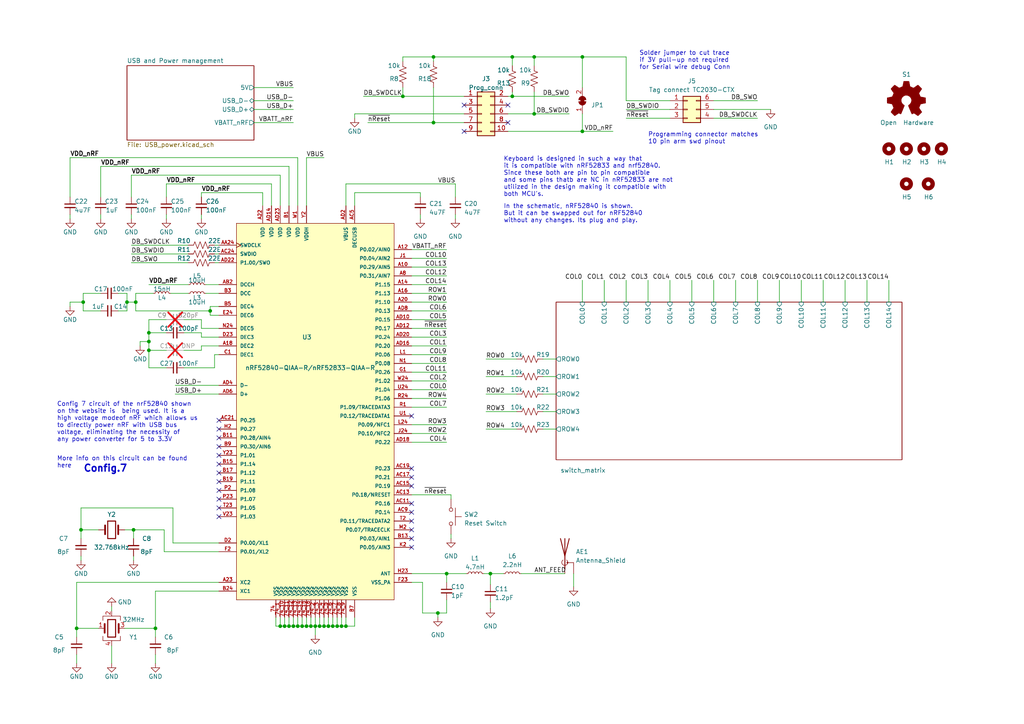
<source format=kicad_sch>
(kicad_sch (version 20230121) (generator eeschema)
  (paper "A4")
  (title_block (title "Main Page") (date "2024-02-17") (rev "1.0") (company "HW-tinkerers"))
  (junction (at 96.52 181.61))
  (junction (at 93.98 181.61))
  (junction (at 91.44 181.61))
  (junction (at 39.37 87.63))
  (junction (at 88.9 181.61))
  (junction (at 95.25 181.61))
  (junction (at 85.09 181.61))
  (junction (at 22.225 182.245))
  (junction (at 60.96 90.17))
  (junction (at 43.18 96.52))
  (junction (at 97.79 181.61))
  (junction (at 125.73 16.51))
  (junction (at 100.33 181.61))
  (junction (at 142.24 166.37))
  (junction (at 154.94 33.02))
  (junction (at 168.91 38.1))
  (junction (at 24.13 87.63))
  (junction (at 116.84 27.94))
  (junction (at 36.83 87.63))
  (junction (at 43.18 101.6))
  (junction (at 83.82 181.61))
  (junction (at 148.59 27.94))
  (junction (at 86.36 181.61))
  (junction (at 129.54 166.37))
  (junction (at 23.495 153.67))
  (junction (at 38.735 153.67))
  (junction (at 82.55 181.61))
  (junction (at 154.94 16.51))
  (junction (at 45.085 182.245))
  (junction (at 168.91 16.51))
  (junction (at 92.71 181.61))
  (junction (at 87.63 181.61))
  (junction (at 43.18 99.06))
  (junction (at 127 177.8))
  (junction (at 90.17 181.61))
  (junction (at 125.73 35.56))
  (junction (at 148.59 16.51))
  (junction (at 81.28 181.61))
  (junction (at 99.06 181.61))
  (no_connect (at 119.38 135.89))
  (no_connect (at 63.5 132.08))
  (no_connect (at 119.38 146.05))
  (no_connect (at 119.38 151.13))
  (no_connect (at 63.5 134.62))
  (no_connect (at 63.5 129.54))
  (no_connect (at 63.5 124.46))
  (no_connect (at 63.5 139.7))
  (no_connect (at 119.38 140.97))
  (no_connect (at 63.5 149.86))
  (no_connect (at 119.38 153.67))
  (no_connect (at 63.5 121.92))
  (no_connect (at 63.5 127))
  (no_connect (at 147.32 35.56))
  (no_connect (at 63.5 142.24))
  (no_connect (at 119.38 158.75))
  (no_connect (at 63.5 144.78))
  (no_connect (at 134.62 30.48))
  (no_connect (at 119.38 148.59))
  (no_connect (at 147.32 30.48))
  (no_connect (at 119.38 120.65))
  (no_connect (at 119.38 138.43))
  (no_connect (at 119.38 156.21))
  (no_connect (at 63.5 147.32))
  (no_connect (at 134.62 38.1))
  (no_connect (at 63.5 137.16))
  (wire (pts (xy 140.97 104.14) (xy 149.86 104.14)))
  (wire (pts (xy 96.52 179.07) (xy 96.52 181.61)))
  (wire (pts (xy 43.18 106.68) (xy 48.26 106.68)))
  (wire (pts (xy 142.24 166.37) (xy 146.05 166.37)))
  (wire (pts (xy 83.82 48.26) (xy 83.82 59.69)))
  (wire (pts (xy 22.225 168.91) (xy 22.225 182.245)))
  (wire (pts (xy 73.66 31.75) (xy 85.09 31.75)))
  (wire (pts (xy 58.42 92.71) (xy 58.42 95.25)))
  (wire (pts (xy 87.63 179.07) (xy 87.63 181.61)))
  (wire (pts (xy 73.66 35.56) (xy 85.09 35.56)))
  (wire (pts (xy 102.87 33.02) (xy 134.62 33.02)))
  (wire (pts (xy 99.06 179.07) (xy 99.06 181.61)))
  (wire (pts (xy 38.1 71.12) (xy 54.61 71.12)))
  (wire (pts (xy 207.01 29.21) (xy 219.71 29.21)))
  (wire (pts (xy 23.495 147.32) (xy 23.495 153.67)))
  (wire (pts (xy 121.92 62.23) (xy 121.92 63.5)))
  (wire (pts (xy 48.26 57.15) (xy 48.26 53.34)))
  (wire (pts (xy 125.73 16.51) (xy 148.59 16.51)))
  (wire (pts (xy 43.18 99.06) (xy 43.18 101.6)))
  (wire (pts (xy 140.335 166.37) (xy 142.24 166.37)))
  (wire (pts (xy 147.32 33.02) (xy 154.94 33.02)))
  (wire (pts (xy 20.32 45.72) (xy 20.32 57.15)))
  (wire (pts (xy 100.33 59.69) (xy 100.33 53.34)))
  (wire (pts (xy 119.38 107.95) (xy 129.54 107.95)))
  (wire (pts (xy 127 177.8) (xy 127 179.07)))
  (wire (pts (xy 213.36 81.28) (xy 213.36 87.63)))
  (wire (pts (xy 86.36 45.72) (xy 86.36 59.69)))
  (wire (pts (xy 43.18 101.6) (xy 48.26 101.6)))
  (wire (pts (xy 116.84 27.94) (xy 134.62 27.94)))
  (wire (pts (xy 36.83 87.63) (xy 39.37 87.63)))
  (wire (pts (xy 58.42 57.15) (xy 58.42 55.88)))
  (wire (pts (xy 154.94 26.67) (xy 154.94 33.02)))
  (wire (pts (xy 43.18 82.55) (xy 54.61 82.55)))
  (wire (pts (xy 154.94 16.51) (xy 154.94 19.05)))
  (wire (pts (xy 29.21 62.23) (xy 29.21 63.5)))
  (wire (pts (xy 91.44 181.61) (xy 91.44 184.15)))
  (wire (pts (xy 119.38 87.63) (xy 129.54 87.63)))
  (wire (pts (xy 116.84 16.51) (xy 125.73 16.51)))
  (wire (pts (xy 88.9 181.61) (xy 87.63 181.61)))
  (wire (pts (xy 38.735 153.67) (xy 38.735 156.21)))
  (wire (pts (xy 148.59 26.67) (xy 148.59 27.94)))
  (wire (pts (xy 36.195 182.245) (xy 45.085 182.245)))
  (wire (pts (xy 29.21 57.15) (xy 29.21 48.26)))
  (wire (pts (xy 95.25 179.07) (xy 95.25 181.61)))
  (wire (pts (xy 49.53 85.09) (xy 54.61 85.09)))
  (wire (pts (xy 207.01 81.28) (xy 207.01 87.63)))
  (wire (pts (xy 119.38 80.01) (xy 129.54 80.01)))
  (wire (pts (xy 20.32 88.9) (xy 20.32 87.63)))
  (wire (pts (xy 257.81 81.28) (xy 257.81 87.63)))
  (wire (pts (xy 119.38 100.33) (xy 129.54 100.33)))
  (wire (pts (xy 45.085 182.245) (xy 45.085 184.785)))
  (wire (pts (xy 92.71 181.61) (xy 91.44 181.61)))
  (wire (pts (xy 238.76 81.28) (xy 238.76 87.63)))
  (wire (pts (xy 194.31 81.28) (xy 194.31 87.63)))
  (wire (pts (xy 100.33 53.34) (xy 132.08 53.34)))
  (wire (pts (xy 102.87 55.88) (xy 121.92 55.88)))
  (wire (pts (xy 24.13 87.63) (xy 24.13 90.17)))
  (wire (pts (xy 24.13 90.17) (xy 29.21 90.17)))
  (wire (pts (xy 119.38 105.41) (xy 129.54 105.41)))
  (wire (pts (xy 43.18 92.71) (xy 43.18 96.52)))
  (wire (pts (xy 119.38 110.49) (xy 129.54 110.49)))
  (wire (pts (xy 93.98 179.07) (xy 93.98 181.61)))
  (wire (pts (xy 23.495 153.67) (xy 28.575 153.67)))
  (wire (pts (xy 125.73 25.4) (xy 125.73 35.56)))
  (wire (pts (xy 147.32 38.1) (xy 168.91 38.1)))
  (wire (pts (xy 38.1 57.15) (xy 38.1 50.8)))
  (wire (pts (xy 23.495 161.29) (xy 23.495 162.56)))
  (wire (pts (xy 105.41 27.94) (xy 116.84 27.94)))
  (wire (pts (xy 53.34 96.52) (xy 58.42 96.52)))
  (wire (pts (xy 166.37 166.37) (xy 166.37 170.18)))
  (wire (pts (xy 90.17 179.07) (xy 90.17 181.61)))
  (wire (pts (xy 154.94 33.02) (xy 165.1 33.02)))
  (wire (pts (xy 97.79 181.61) (xy 96.52 181.61)))
  (wire (pts (xy 119.38 123.19) (xy 129.54 123.19)))
  (wire (pts (xy 20.32 45.72) (xy 86.36 45.72)))
  (wire (pts (xy 59.69 85.09) (xy 63.5 85.09)))
  (wire (pts (xy 60.96 90.17) (xy 60.96 88.9)))
  (wire (pts (xy 88.9 45.72) (xy 88.9 59.69)))
  (wire (pts (xy 22.225 182.245) (xy 28.575 182.245)))
  (wire (pts (xy 62.23 106.68) (xy 62.23 102.87)))
  (wire (pts (xy 29.21 85.09) (xy 24.13 85.09)))
  (wire (pts (xy 140.97 119.38) (xy 149.86 119.38)))
  (wire (pts (xy 48.26 92.71) (xy 43.18 92.71)))
  (wire (pts (xy 38.1 50.8) (xy 81.28 50.8)))
  (wire (pts (xy 207.01 31.75) (xy 223.52 31.75)))
  (wire (pts (xy 119.38 92.71) (xy 129.54 92.71)))
  (wire (pts (xy 119.38 128.27) (xy 129.54 128.27)))
  (wire (pts (xy 96.52 181.61) (xy 95.25 181.61)))
  (wire (pts (xy 53.34 106.68) (xy 62.23 106.68)))
  (wire (pts (xy 157.48 119.38) (xy 161.29 119.38)))
  (wire (pts (xy 22.225 182.245) (xy 22.225 184.785)))
  (wire (pts (xy 43.18 101.6) (xy 43.18 106.68)))
  (wire (pts (xy 130.81 154.94) (xy 130.81 156.21)))
  (wire (pts (xy 91.44 181.61) (xy 90.17 181.61)))
  (wire (pts (xy 157.48 104.14) (xy 161.29 104.14)))
  (wire (pts (xy 81.28 181.61) (xy 80.01 181.61)))
  (wire (pts (xy 168.91 38.1) (xy 177.8 38.1)))
  (wire (pts (xy 168.91 16.51) (xy 181.61 16.51)))
  (wire (pts (xy 140.97 114.3) (xy 149.86 114.3)))
  (wire (pts (xy 47.625 153.67) (xy 38.735 153.67)))
  (wire (pts (xy 119.38 82.55) (xy 129.54 82.55)))
  (wire (pts (xy 24.13 85.09) (xy 24.13 87.63)))
  (wire (pts (xy 129.54 166.37) (xy 135.255 166.37)))
  (wire (pts (xy 130.81 144.78) (xy 130.81 143.51)))
  (wire (pts (xy 125.73 35.56) (xy 134.62 35.56)))
  (wire (pts (xy 121.92 55.88) (xy 121.92 57.15)))
  (wire (pts (xy 50.8 111.76) (xy 63.5 111.76)))
  (wire (pts (xy 181.61 16.51) (xy 181.61 29.21)))
  (wire (pts (xy 157.48 109.22) (xy 161.29 109.22)))
  (wire (pts (xy 92.71 179.07) (xy 92.71 181.61)))
  (wire (pts (xy 81.28 179.07) (xy 81.28 181.61)))
  (wire (pts (xy 147.32 27.94) (xy 148.59 27.94)))
  (wire (pts (xy 39.37 87.63) (xy 39.37 90.17)))
  (wire (pts (xy 38.1 73.66) (xy 54.61 73.66)))
  (wire (pts (xy 39.37 90.17) (xy 60.96 90.17)))
  (wire (pts (xy 119.38 72.39) (xy 129.54 72.39)))
  (wire (pts (xy 58.42 62.23) (xy 58.42 63.5)))
  (wire (pts (xy 58.42 100.33) (xy 63.5 100.33)))
  (wire (pts (xy 119.38 113.03) (xy 129.54 113.03)))
  (wire (pts (xy 44.45 85.09) (xy 39.37 85.09)))
  (wire (pts (xy 58.42 96.52) (xy 58.42 97.79)))
  (wire (pts (xy 53.34 101.6) (xy 58.42 101.6)))
  (wire (pts (xy 181.61 81.28) (xy 181.61 87.63)))
  (wire (pts (xy 119.38 102.87) (xy 129.54 102.87)))
  (wire (pts (xy 43.18 96.52) (xy 48.26 96.52)))
  (wire (pts (xy 86.36 179.07) (xy 86.36 181.61)))
  (wire (pts (xy 129.54 166.37) (xy 129.54 168.91)))
  (wire (pts (xy 119.38 115.57) (xy 129.54 115.57)))
  (wire (pts (xy 116.84 17.78) (xy 116.84 16.51)))
  (wire (pts (xy 200.66 81.28) (xy 200.66 87.63)))
  (wire (pts (xy 22.225 189.865) (xy 22.225 192.405)))
  (wire (pts (xy 88.9 45.72) (xy 93.98 45.72)))
  (wire (pts (xy 32.385 177.165) (xy 32.385 175.895)))
  (wire (pts (xy 119.38 74.93) (xy 129.54 74.93)))
  (wire (pts (xy 32.385 192.405) (xy 32.385 187.325)))
  (wire (pts (xy 62.23 73.66) (xy 63.5 73.66)))
  (wire (pts (xy 102.87 181.61) (xy 100.33 181.61)))
  (wire (pts (xy 83.82 181.61) (xy 82.55 181.61)))
  (wire (pts (xy 43.18 99.06) (xy 40.64 99.06)))
  (wire (pts (xy 157.48 114.3) (xy 161.29 114.3)))
  (wire (pts (xy 175.26 81.28) (xy 175.26 87.63)))
  (wire (pts (xy 140.97 109.22) (xy 149.86 109.22)))
  (wire (pts (xy 148.59 16.51) (xy 148.59 19.05)))
  (wire (pts (xy 168.91 33.02) (xy 168.91 38.1)))
  (wire (pts (xy 60.96 90.17) (xy 60.96 91.44)))
  (wire (pts (xy 23.495 147.32) (xy 50.165 147.32)))
  (wire (pts (xy 148.59 27.94) (xy 165.1 27.94)))
  (wire (pts (xy 102.87 59.69) (xy 102.87 55.88)))
  (wire (pts (xy 142.24 174.625) (xy 142.24 176.53)))
  (wire (pts (xy 73.66 25.4) (xy 85.09 25.4)))
  (wire (pts (xy 63.5 88.9) (xy 60.96 88.9)))
  (wire (pts (xy 90.17 181.61) (xy 88.9 181.61)))
  (wire (pts (xy 119.38 85.09) (xy 129.54 85.09)))
  (wire (pts (xy 38.1 76.2) (xy 54.61 76.2)))
  (wire (pts (xy 29.21 48.26) (xy 83.82 48.26)))
  (wire (pts (xy 122.555 168.91) (xy 122.555 177.8)))
  (wire (pts (xy 85.09 181.61) (xy 83.82 181.61)))
  (wire (pts (xy 102.87 179.07) (xy 102.87 181.61)))
  (wire (pts (xy 119.38 166.37) (xy 129.54 166.37)))
  (wire (pts (xy 207.01 34.29) (xy 219.71 34.29)))
  (wire (pts (xy 80.01 181.61) (xy 80.01 179.07)))
  (wire (pts (xy 251.46 81.28) (xy 251.46 87.63)))
  (wire (pts (xy 88.9 179.07) (xy 88.9 181.61)))
  (wire (pts (xy 119.38 125.73) (xy 129.54 125.73)))
  (wire (pts (xy 168.91 16.51) (xy 168.91 25.4)))
  (wire (pts (xy 47.625 160.02) (xy 47.625 153.67)))
  (wire (pts (xy 232.41 81.28) (xy 232.41 87.63)))
  (wire (pts (xy 245.11 81.28) (xy 245.11 87.63)))
  (wire (pts (xy 122.555 177.8) (xy 127 177.8)))
  (wire (pts (xy 219.71 81.28) (xy 219.71 87.63)))
  (wire (pts (xy 119.38 95.25) (xy 129.54 95.25)))
  (wire (pts (xy 100.33 181.61) (xy 99.06 181.61)))
  (wire (pts (xy 60.96 91.44) (xy 63.5 91.44)))
  (wire (pts (xy 168.91 81.28) (xy 168.91 87.63)))
  (wire (pts (xy 93.98 181.61) (xy 92.71 181.61)))
  (wire (pts (xy 39.37 85.09) (xy 39.37 87.63)))
  (wire (pts (xy 58.42 97.79) (xy 63.5 97.79)))
  (wire (pts (xy 83.82 179.07) (xy 83.82 181.61)))
  (wire (pts (xy 63.5 171.45) (xy 45.085 171.45)))
  (wire (pts (xy 181.61 29.21) (xy 194.31 29.21)))
  (wire (pts (xy 20.32 62.23) (xy 20.32 63.5)))
  (wire (pts (xy 119.38 90.17) (xy 129.54 90.17)))
  (wire (pts (xy 34.29 90.17) (xy 36.83 90.17)))
  (wire (pts (xy 119.38 118.11) (xy 129.54 118.11)))
  (wire (pts (xy 87.63 181.61) (xy 86.36 181.61)))
  (wire (pts (xy 132.08 62.23) (xy 132.08 63.5)))
  (wire (pts (xy 151.13 166.37) (xy 163.83 166.37)))
  (wire (pts (xy 58.42 101.6) (xy 58.42 100.33)))
  (wire (pts (xy 38.735 161.29) (xy 38.735 162.56)))
  (wire (pts (xy 45.085 189.865) (xy 45.085 192.405)))
  (wire (pts (xy 53.34 92.71) (xy 58.42 92.71)))
  (wire (pts (xy 63.5 160.02) (xy 47.625 160.02)))
  (wire (pts (xy 86.36 181.61) (xy 85.09 181.61)))
  (wire (pts (xy 148.59 16.51) (xy 154.94 16.51)))
  (wire (pts (xy 50.165 147.32) (xy 50.165 157.48)))
  (wire (pts (xy 48.26 53.34) (xy 78.74 53.34)))
  (wire (pts (xy 34.29 85.09) (xy 36.83 85.09)))
  (wire (pts (xy 62.23 71.12) (xy 63.5 71.12)))
  (wire (pts (xy 187.96 81.28) (xy 187.96 87.63)))
  (wire (pts (xy 58.42 55.88) (xy 76.2 55.88)))
  (wire (pts (xy 50.165 157.48) (xy 63.5 157.48)))
  (wire (pts (xy 132.08 53.34) (xy 132.08 57.15)))
  (wire (pts (xy 36.83 85.09) (xy 36.83 87.63)))
  (wire (pts (xy 78.74 53.34) (xy 78.74 59.69)))
  (wire (pts (xy 40.64 99.06) (xy 40.64 100.33)))
  (wire (pts (xy 58.42 95.25) (xy 63.5 95.25)))
  (wire (pts (xy 99.06 181.61) (xy 97.79 181.61)))
  (wire (pts (xy 73.66 29.21) (xy 85.09 29.21)))
  (wire (pts (xy 226.06 81.28) (xy 226.06 87.63)))
  (wire (pts (xy 142.24 166.37) (xy 142.24 169.545)))
  (wire (pts (xy 140.97 124.46) (xy 149.86 124.46)))
  (wire (pts (xy 97.79 179.07) (xy 97.79 181.61)))
  (wire (pts (xy 181.61 31.75) (xy 194.31 31.75)))
  (wire (pts (xy 20.32 87.63) (xy 24.13 87.63)))
  (wire (pts (xy 181.61 34.29) (xy 194.31 34.29)))
  (wire (pts (xy 119.38 97.79) (xy 129.54 97.79)))
  (wire (pts (xy 36.83 87.63) (xy 36.83 90.17)))
  (wire (pts (xy 82.55 179.07) (xy 82.55 181.61)))
  (wire (pts (xy 95.25 181.61) (xy 93.98 181.61)))
  (wire (pts (xy 76.2 55.88) (xy 76.2 59.69)))
  (wire (pts (xy 48.26 62.23) (xy 48.26 63.5)))
  (wire (pts (xy 106.68 35.56) (xy 125.73 35.56)))
  (wire (pts (xy 36.195 153.67) (xy 38.735 153.67)))
  (wire (pts (xy 45.085 171.45) (xy 45.085 182.245)))
  (wire (pts (xy 102.87 33.02) (xy 102.87 34.29)))
  (wire (pts (xy 63.5 168.91) (xy 22.225 168.91)))
  (wire (pts (xy 85.09 179.07) (xy 85.09 181.61)))
  (wire (pts (xy 127 177.8) (xy 129.54 177.8)))
  (wire (pts (xy 100.33 179.07) (xy 100.33 181.61)))
  (wire (pts (xy 59.69 82.55) (xy 63.5 82.55)))
  (wire (pts (xy 119.38 143.51) (xy 130.81 143.51)))
  (wire (pts (xy 119.38 168.91) (xy 122.555 168.91)))
  (wire (pts (xy 23.495 153.67) (xy 23.495 156.21)))
  (wire (pts (xy 38.1 62.23) (xy 38.1 63.5)))
  (wire (pts (xy 91.44 179.07) (xy 91.44 181.61)))
  (wire (pts (xy 129.54 173.99) (xy 129.54 177.8)))
  (wire (pts (xy 81.28 50.8) (xy 81.28 59.69)))
  (wire (pts (xy 116.84 25.4) (xy 116.84 27.94)))
  (wire (pts (xy 62.23 76.2) (xy 63.5 76.2)))
  (wire (pts (xy 43.18 96.52) (xy 43.18 99.06)))
  (wire (pts (xy 119.38 77.47) (xy 129.54 77.47)))
  (wire (pts (xy 82.55 181.61) (xy 81.28 181.61)))
  (wire (pts (xy 62.23 102.87) (xy 63.5 102.87)))
  (wire (pts (xy 154.94 16.51) (xy 168.91 16.51)))
  (wire (pts (xy 157.48 124.46) (xy 161.29 124.46)))
  (wire (pts (xy 125.73 16.51) (xy 125.73 17.78)))
  (wire (pts (xy 50.8 114.3) (xy 63.5 114.3)))
  (text "Config.7\n" (at 24.13 137.16 0) (effects (font (size 2 2) (thickness 0.4) bold) (justify left bottom)))
  (text "More info on this circuit can be found\nhere\n" (at 16.51 135.89 0) (effects (font (size 1.27 1.27)) (justify left bottom)))
  (text "Keyboard is designed in such a way that \nit is compatible with nRF52833 and nrf52840.\nSince these both are pin to pin compatible \nand some pins thatb are NC in nRF52833 are not\nutilized in the design making it compatible with \nboth MCU's." (at 146.05 57.15 0) (effects (font (size 1.27 1.27)) (justify left bottom)))
  (text "Programming connector matches \n10 pin arm swd pinout" (at 187.96 41.91 0) (effects (font (size 1.27 1.27)) (justify left bottom)))
  (text "In the schematic, nRF52840 is shown. \nBut it can be swapped out for nRF52840 \nwithout any changes. Its plug and play." (at 146.05 64.77 0) (effects (font (size 1.27 1.27)) (justify left bottom)))
  (text "Solder jumper to cut trace \nif 3V pull-up not required \nfor Serial wire debug Conn" (at 185.42 20.32 0) (effects (font (size 1.27 1.27)) (justify left bottom)))
  (text "Config 7 circuit of the nrF52840 shown \non the website is  being used. It is a \nhigh voltage modeof nRF which allows us \nto directly power nRF with USB bus \nvoltage, eliminating the necessity of\nany power converter for 5 to 3.3V\n" (at 16.51 128.27 0) (effects (font (size 1.27 1.27)) (justify left bottom)))
  (label "COL14" (at 257.81 81.28 180))
  (label "COL5" (at 129.54 92.71 180))
  (label "USB_D-" (at 50.8 111.76 0))
  (label "ROW4" (at 129.54 115.57 180))
  (label "COL9" (at 129.54 102.87 180))
  (label "ANT_FEED" (at 154.94 166.37 0))
  (label "COL8" (at 129.54 105.41 180))
  (label "COL12" (at 129.54 80.01 180))
  (label "COL9" (at 226.06 81.28 180))
  (label "USB_D+" (at 85.09 31.75 180))
  (label "COL12" (at 245.11 81.28 180))
  (label "COL11" (at 129.54 107.95 180))
  (label "VDD_nRF" (at 29.21 48.26 0) (effects (font bold)))
  (label "USB_D+" (at 50.8 114.3 0))
  (label "ROW1" (at 129.54 85.09 180))
  (label "COL1" (at 175.26 81.28 180))
  (label "COL0" (at 129.54 113.03 180))
  (label "COL6" (at 207.01 81.28 180))
  (label "COL0" (at 168.91 81.28 180))
  (label "VDD_nRF" (at 177.8 38.1 180))
  (label "DB_SWO" (at 219.71 29.21 180))
  (label "COL3" (at 129.54 97.79 180))
  (label "COL11" (at 238.76 81.28 180))
  (label "COL2" (at 181.61 81.28 180))
  (label "DB_SWDCLK" (at 38.1 71.12 0))
  (label "COL8" (at 219.71 81.28 180))
  (label "VDD_nRF" (at 58.42 55.88 0) (effects (font bold)))
  (label "~{nReset}" (at 129.54 95.25 180))
  (label "COL14" (at 129.54 82.55 180))
  (label "DB_SWDIO" (at 165.1 33.02 180))
  (label "~{nReset}" (at 181.61 34.29 0))
  (label "COL2" (at 129.54 110.49 180))
  (label "DB_SWO" (at 38.1 76.2 0))
  (label "ROW1" (at 140.97 109.22 0))
  (label "COL10" (at 129.54 74.93 180))
  (label "ROW3" (at 140.97 119.38 0))
  (label "~{nReset}" (at 106.68 35.56 0))
  (label "VDD_nRF" (at 20.32 45.72 0) (effects (font bold)))
  (label "DB_SWDCLK" (at 219.71 34.29 180))
  (label "COL13" (at 251.46 81.28 180))
  (label "VBATT_nRF" (at 129.54 72.39 180))
  (label "COL10" (at 232.41 81.28 180))
  (label "COL4" (at 194.31 81.28 180))
  (label "VBUS" (at 132.08 53.34 180))
  (label "VBUS" (at 93.98 45.72 180))
  (label "COL7" (at 129.54 118.11 180))
  (label "COL6" (at 129.54 90.17 180))
  (label "VDD_nRF" (at 43.18 82.55 0) (effects (font bold)))
  (label "ROW2" (at 129.54 125.73 180))
  (label "ROW4" (at 140.97 124.46 0))
  (label "DB_SWDIO" (at 181.61 31.75 0))
  (label "COL3" (at 187.96 81.28 180))
  (label "USB_D-" (at 85.09 29.21 180))
  (label "ROW2" (at 140.97 114.3 0))
  (label "DB_SWDIO" (at 38.1 73.66 0))
  (label "DB_SWO" (at 165.1 27.94 180))
  (label "COL5" (at 200.66 81.28 180))
  (label "COL7" (at 213.36 81.28 180))
  (label "ROW0" (at 129.54 87.63 180))
  (label "VDD_nRF" (at 38.1 50.8 0) (effects (font bold)))
  (label "VBUS" (at 85.09 25.4 180))
  (label "ROW0" (at 140.97 104.14 0))
  (label "ROW3" (at 129.54 123.19 180))
  (label "COL13" (at 129.54 77.47 180))
  (label "DB_SWDCLK" (at 105.41 27.94 0))
  (label "VDD_nRF" (at 48.26 53.34 0) (effects (font bold)))
  (label "COL4" (at 129.54 128.27 180))
  (label "~{nReset}" (at 129.54 143.51 180))
  (label "VBATT_nRF" (at 85.09 35.56 180))
  (label "COL1" (at 129.54 100.33 180))
  (symbol (lib_id "power:GND") (at 132.08 63.5 0) (unit 1)
    (property "Reference" "#PWR024" (effects hide))
    (property "Value" "GND" (at 132.08 68.58 0))
  )
  (symbol (lib_id "keyboard:R_US") (at 153.67 119.38 0) (unit 1)
    (property "Reference" "R22" (at 157.48 118.11 0))
    (property "Value" "10k" (at 149.86 118.11 0))
    (property "Footprint" "keyboard:R_0402_1005Metric" (effects hide))
    (property "Datasheet" "https://datasheet.lcsc.com/lcsc/2304140030_YAGEO-RC0402FR-0710KL_C60490.pdf" (effects hide))
    (property "PN" "RC0402FR-0710KL" (effects hide))
    (property "LCSC Part Number" "C60490" (effects hide))
    (property "LCSC link" "https://www.lcsc.com/product-detail/Chip-Resistor-Surface-Mount_YAGEO-RC0402FR-0710KL_C60490.html" (effects hide))
  )
  (symbol (lib_id "keyboard:C_Small") (at 50.8 96.52 90) (unit 1)
    (property "Reference" "C13" (at 48.26 95.25 90))
    (property "Value" "100pF" (at 54.61 95.25 90))
    (property "Footprint" "keyboard:C_0402_1005Metric" (effects hide))
    (property "Datasheet" "https://datasheet.lcsc.com/lcsc/2304140030_YAGEO-CC0402JRNPO9BN101_C106200.pdf" (effects hide))
    (property "PN" "CC0402JRNPO9BN101" (effects hide))
    (property "LCSC Part Number" "C106200" (effects hide))
    (property "LCSC link" "https://www.lcsc.com/product-detail/Multilayer-Ceramic-Capacitors-MLCC-SMD-SMT_YAGEO-CC0402JRNPO9BN101_C106200.html" (effects hide))
  )
  (symbol (lib_id "keyboard:L_Small") (at 137.795 166.37 90) (unit 1)
    (property "Reference" "L1" (at 137.795 161.925 90))
    (property "Value" "4.7nH" (at 137.795 164.465 90))
    (property "Footprint" "keyboard:L_0402_1005Metric" (effects hide))
    (property "Datasheet" "https://datasheet.lcsc.com/lcsc/2304140030_TDK-MLK1005S4N7ST000_C136252.pdf" (effects hide))
    (property "PN" "MLK1005S4N7ST000" (effects hide))
    (property "LCSC Part Number" "C136252" (effects hide))
    (property "LCSC link" "https://www.lcsc.com/product-detail/Inductors-SMD_TDK-MLK1005S4N7ST000_C136252.html" (effects hide))
  )
  (symbol (lib_id "power:GND") (at 102.87 34.29 0) (unit 1)
    (property "Reference" "#PWR017" (effects hide))
    (property "Value" "GND" (at 102.87 38.1 0))
  )
  (symbol (lib_id "keyboard:R_US") (at 154.94 22.86 270) (unit 1)
    (property "Reference" "R9" (at 152.4 24.13 90))
    (property "Value" "10k" (at 152.4 20.32 90))
    (property "Footprint" "keyboard:R_0402_1005Metric" (effects hide))
    (property "Datasheet" "https://datasheet.lcsc.com/lcsc/2304140030_YAGEO-RC0402FR-0710KL_C60490.pdf" (effects hide))
    (property "PN" "RC0402FR-0710KL" (effects hide))
    (property "LCSC Part Number" "C60490" (effects hide))
    (property "LCSC link" "https://www.lcsc.com/product-detail/Chip-Resistor-Surface-Mount_YAGEO-RC0402FR-0710KL_C60490.html" (effects hide))
  )
  (symbol (lib_id "power:GND") (at 22.225 192.405 0) (unit 1)
    (property "Reference" "#PWR011" (effects hide))
    (property "Value" "GND" (at 22.225 196.215 0))
  )
  (symbol (lib_id "keyboard:Conn_02x03") (at 199.39 31.75 0) (unit 1)
    (property "Reference" "J5" (at 200.66 23.495 0))
    (property "Value" "Tag connect TC2030-CTX" (at 200.66 26.035 0))
    (property "Footprint" "keyboard:TC2030-IDC-NL" (effects hide))
    (property "Datasheet" "https://www.tag-connect.com/wp-content/uploads/bsk-pdf-manager/TC2030-CTX_1.pdf" (effects hide))
  )
  (symbol (lib_id "Device:C_Small") (at 31.75 90.17 270) (mirror x) (unit 1)
    (property "Reference" "C14" (at 33.02 88.9 90) (effects (justify left)))
    (property "Value" "1uF" (at 26.67 88.9 90) (effects (justify left)))
    (property "Footprint" "keyboard:C_0603_1608Metric" (effects hide))
    (property "Datasheet" "https://datasheet.lcsc.com/lcsc/2209191700_Samsung-Electro-Mechanics-CL10A105KO8NNNC_C1592.pdf" (effects hide))
    (property "LCSC link" "https://www.lcsc.com/product-detail/Multilayer-Ceramic-Capacitors-MLCC-SMD-SMT_Samsung-Electro-Mechanics-CL10A105KO8NNNC_C1592.html" (effects hide))
    (property "PN" "CL10A105KO8NNNC" (effects hide))
    (property "LCSC Part Number" "C1592" (effects hide))
  )
  (symbol (lib_id "keyboard:C_Small") (at 23.495 158.75 180) (unit 1)
    (property "Reference" "C7" (at 18.415 156.21 0))
    (property "Value" "8pF" (at 18.415 160.02 0))
    (property "Footprint" "keyboard:C_0402_1005Metric" (effects hide))
    (property "Datasheet" "https://www.lcsc.com/product-detail/Multilayer-Ceramic-Capacitors-MLCC-SMD-SMT_YAGEO-AC0402CRNPO9BN8R0_C962144.html" (effects hide))
    (property "PN" "AC0402CRNPO9BN8R0" (effects hide))
    (property "LCSC Part Number" "C962144" (effects hide))
    (property "LCSC link" "https://www.lcsc.com/product-detail/Multilayer-Ceramic-Capacitors-MLCC-SMD-SMT_YAGEO-CC0201CRNPO8BN8R0_C5182411.html" (effects hide))
  )
  (symbol (lib_id "keyboard:C_Small") (at 20.32 59.69 0) (unit 1)
    (property "Reference" "C22" (at 21.59 58.42 0) (effects (justify left)))
    (property "Value" "4u7F" (at 21.59 60.96 0) (effects (justify left)))
    (property "Footprint" "keyboard:C_0805_2012Metric" (effects hide))
    (property "Datasheet" "https://datasheet.lcsc.com/lcsc/2304140030_Samsung-Electro-Mechanics-CL21A475KAQNNNE_C1779.pdf" (effects hide))
    (property "LCSC link" "https://www.lcsc.com/product-detail/Multilayer-Ceramic-Capacitors-MLCC-SMD-SMT_Samsung-Electro-Mechanics-CL21A475KAQNNNE_C1779.html" (effects hide))
    (property "PN" "CL21A475KAQNNNE" (effects hide))
    (property "LCSC Part Number" "C1779" (effects hide))
  )
  (symbol (lib_id "keyboard:R_US") (at 116.84 21.59 270) (unit 1)
    (property "Reference" "R8" (at 114.3 22.86 90))
    (property "Value" "10k" (at 114.3 19.05 90))
    (property "Footprint" "keyboard:R_0402_1005Metric" (effects hide))
    (property "Datasheet" "https://datasheet.lcsc.com/lcsc/2304140030_YAGEO-RC0402FR-0710KL_C60490.pdf" (effects hide))
    (property "PN" "RC0402FR-0710KL" (effects hide))
    (property "LCSC Part Number" "C60490" (effects hide))
    (property "LCSC link" "https://www.lcsc.com/product-detail/Chip-Resistor-Surface-Mount_YAGEO-RC0402FR-0710KL_C60490.html" (effects hide))
  )
  (symbol (lib_id "power:GND") (at 223.52 31.75 0) (unit 1)
    (property "Reference" "#PWR035" (effects hide))
    (property "Value" "GND" (at 223.52 36.83 0))
  )
  (symbol (lib_id "power:GND") (at 38.1 63.5 0) (unit 1)
    (property "Reference" "#PWR028" (effects hide))
    (property "Value" "GND" (at 38.1 67.31 0))
  )
  (symbol (lib_id "keyboard:Crystal_GND24") (at 32.385 182.245 0) (unit 1)
    (property "Reference" "Y1" (at 38.735 184.785 0))
    (property "Value" "32MHz" (at 38.735 179.705 0))
    (property "Footprint" "keyboard:SMD-4_crystal" (effects hide))
    (property "Datasheet" "https://datasheet.lcsc.com/lcsc/2304140030_JYJE-3TJ432000HYFBC_C2149125.pdf" (effects hide))
    (property "PN" "3TJ432000HYFBC" (effects hide))
    (property "LCSC link" "https://www.lcsc.com/product-detail/Crystals_JYJE-3TJ432000HYFBC_C2149125.html" (effects hide))
    (property "LCSC Part Number" "C2149125" (effects hide))
  )
  (symbol (lib_id "power:GND") (at 23.495 162.56 0) (unit 1)
    (property "Reference" "#PWR015" (effects hide))
    (property "Value" "GND" (at 23.495 166.37 0))
  )
  (symbol (lib_id "power:GND") (at 20.32 88.9 0) (unit 1)
    (property "Reference" "#PWR038" (effects hide))
    (property "Value" "GND" (at 20.32 92.71 0))
  )
  (symbol (lib_id "keyboard:L_Small") (at 57.15 82.55 90) (unit 1)
    (property "Reference" "L5" (at 57.15 80.01 90))
    (property "Value" "10uH" (at 57.15 81.28 90))
    (property "Footprint" "keyboard:L_0603_1608Metric" (effects hide))
    (property "LCSC Part Number" "C3911082" (effects hide))
    (property "LCSC link" "https://www.lcsc.com/product-detail/Inductors-SMD_Murata-Electronics-LQM18DZ100M70L_C3911082.html" (effects hide))
    (property "PN" "LQM18DZ100M70L" (effects hide))
  )
  (symbol (lib_id "power:GND") (at 121.92 63.5 0) (unit 1)
    (property "Reference" "#PWR025" (effects hide))
    (property "Value" "GND" (at 121.92 68.58 0))
  )
  (symbol (lib_id "power:GND") (at 91.44 184.15 0) (unit 1)
    (property "Reference" "#PWR010" (effects hide))
    (property "Value" "GND" (at 91.44 189.23 0))
  )
  (symbol (lib_id "keyboard:R_US") (at 153.67 114.3 0) (unit 1)
    (property "Reference" "R21" (at 157.48 113.03 0))
    (property "Value" "10k" (at 149.86 113.03 0))
    (property "Footprint" "keyboard:R_0402_1005Metric" (effects hide))
    (property "Datasheet" "https://datasheet.lcsc.com/lcsc/2304140030_YAGEO-RC0402FR-0710KL_C60490.pdf" (effects hide))
    (property "PN" "RC0402FR-0710KL" (effects hide))
    (property "LCSC Part Number" "C60490" (effects hide))
    (property "LCSC link" "https://www.lcsc.com/product-detail/Chip-Resistor-Surface-Mount_YAGEO-RC0402FR-0710KL_C60490.html" (effects hide))
  )
  (symbol (lib_id "power:GND") (at 58.42 63.5 0) (unit 1)
    (property "Reference" "#PWR026" (effects hide))
    (property "Value" "GND" (at 58.42 67.31 0))
  )
  (symbol (lib_id "keyboard:Prog_conn") (at 139.7 33.02 0) (unit 1)
    (property "Reference" "J3" (at 140.97 22.86 0))
    (property "Value" "Prog_conn" (at 140.97 25.4 0))
    (property "Footprint" "keyboard:DB_CONN" (effects hide))
  )
  (symbol (lib_id "keyboard:C_Small") (at 50.8 106.68 90) (unit 1)
    (property "Reference" "C27" (at 48.26 105.41 90))
    (property "Value" "100nF" (at 54.61 105.41 90))
    (property "Footprint" "keyboard:C_0402_1005Metric" (effects hide))
    (property "Datasheet" "https://datasheet.lcsc.com/lcsc/2304140030_Samsung-Electro-Mechanics-CL05B104KO5NNNC_C1525.pdf" (effects hide))
    (property "PN" "CL05B104KO5NNNC" (effects hide))
    (property "LCSC Part Number" "C1525" (effects hide))
    (property "LCSC link" "https://www.lcsc.com/product-detail/Multilayer-Ceramic-Capacitors-MLCC-SMD-SMT_Samsung-Electro-Mechanics-CL05B104KO5NNNC_C1525.html" (effects hide))
  )
  (symbol (lib_id "power:GND") (at 48.26 63.5 0) (unit 1)
    (property "Reference" "#PWR027" (effects hide))
    (property "Value" "GND" (at 48.26 67.31 0))
  )
  (symbol (lib_id "power:GND") (at 29.21 63.5 0) (unit 1)
    (property "Reference" "#PWR029" (effects hide))
    (property "Value" "GND" (at 29.21 67.31 0))
  )
  (symbol (lib_id "keyboard:R_US") (at 153.67 109.22 0) (unit 1)
    (property "Reference" "R20" (at 157.48 107.95 0))
    (property "Value" "10k" (at 149.86 107.95 0))
    (property "Footprint" "keyboard:R_0402_1005Metric" (effects hide))
    (property "Datasheet" "https://datasheet.lcsc.com/lcsc/2304140030_YAGEO-RC0402FR-0710KL_C60490.pdf" (effects hide))
    (property "PN" "RC0402FR-0710KL" (effects hide))
    (property "LCSC Part Number" "C60490" (effects hide))
    (property "LCSC link" "https://www.lcsc.com/product-detail/Chip-Resistor-Surface-Mount_YAGEO-RC0402FR-0710KL_C60490.html" (effects hide))
  )
  (symbol (lib_id "keyboard:C_Small") (at 31.75 85.09 90) (unit 1)
    (property "Reference" "C17" (at 29.21 83.82 90))
    (property "Value" "100nF" (at 35.56 83.82 90))
    (property "Footprint" "keyboard:C_0402_1005Metric" (effects hide))
    (property "Datasheet" "https://datasheet.lcsc.com/lcsc/2304140030_Samsung-Electro-Mechanics-CL05B104KO5NNNC_C1525.pdf" (effects hide))
    (property "PN" "CL05B104KO5NNNC" (effects hide))
    (property "LCSC Part Number" "C1525" (effects hide))
    (property "LCSC link" "https://www.lcsc.com/product-detail/Multilayer-Ceramic-Capacitors-MLCC-SMD-SMT_Samsung-Electro-Mechanics-CL05B104KO5NNNC_C1525.html" (effects hide))
  )
  (symbol (lib_id "keyboard:C_Small") (at 50.8 92.71 90) (unit 1) (in_bom no) (dnp yes)
    (property "Reference" "C9" (at 46.99 91.44 90))
    (property "Value" "820pF" (at 54.61 91.44 90))
    (property "Footprint" "keyboard:C_0402_1005Metric" (effects hide))
    (property "Datasheet" "https://datasheet.lcsc.com/lcsc/2008031703_YAGEO-CC0402KRX7R9BB821_C107031.pdf" (effects hide))
    (property "PN" "CC0402KRX7R9BB821" (effects hide))
    (property "LCSC Part Number" "C107031" (effects hide))
    (property "LCSC link" "https://www.lcsc.com/product-detail/Multilayer-Ceramic-Capacitors-MLCC-SMD-SMT_YAGEO-CC0402KRX7R9BB821_C107031.html" (effects hide))
  )
  (symbol (lib_id "power:GND") (at 32.385 192.405 0) (unit 1)
    (property "Reference" "#PWR013" (effects hide))
    (property "Value" "GND" (at 32.385 196.215 0))
  )
  (symbol (lib_id "keyboard:SW_Push") (at 130.81 149.86 270) (unit 1)
    (property "Reference" "SW2" (at 134.62 149.225 90) (effects (justify left)))
    (property "Value" "Reset Switch" (at 134.62 151.765 90) (effects (justify left)))
    (property "Footprint" "keyboard:RST_SW" (effects hide))
    (property "Datasheet" "https://datasheet.lcsc.com/lcsc/2204251630_XKB-Connectivity-TS-1127-C_C388640.pdf" (effects hide))
    (property "LCSC Part Number" "C388640" (effects hide))
    (property "PN" "    TS-1127-C" (effects hide))
    (property "LCSC link" "https://www.lcsc.com/product-detail/Tactile-Switches_XKB-Connectivity-TS-1127-C_C388640.html" (effects hide))
  )
  (symbol (lib_id "keyboard:R_US") (at 58.42 71.12 180) (unit 1)
    (property "Reference" "R10" (at 53.34 69.85 0))
    (property "Value" "22E" (at 62.23 69.85 0))
    (property "Footprint" "keyboard:R_0402_1005Metric" (effects hide))
    (property "Datasheet" "https://datasheet.lcsc.com/lcsc/2304140030_YAGEO-RC0402FR-0722RL_C114765.pdf" (effects hide))
    (property "PN" "RC0402FR-0722RL" (effects hide))
    (property "LCSC Part Number" "C114765" (effects hide))
    (property "LCSC link" "https://www.lcsc.com/product-detail/Chip-Resistor-Surface-Mount_YAGEO-RC0402FR-0722RL_C114765.html" (effects hide))
  )
  (symbol (lib_id "keyboard:R_US") (at 58.42 73.66 180) (unit 1)
    (property "Reference" "R11" (at 53.34 72.39 0))
    (property "Value" "22E" (at 62.23 72.39 0))
    (property "Footprint" "keyboard:R_0402_1005Metric" (effects hide))
    (property "Datasheet" "https://datasheet.lcsc.com/lcsc/2304140030_YAGEO-RC0402FR-0722RL_C114765.pdf" (effects hide))
    (property "PN" "RC0402FR-0722RL" (effects hide))
    (property "LCSC Part Number" "C114765" (effects hide))
    (property "LCSC link" "https://www.lcsc.com/product-detail/Chip-Resistor-Surface-Mount_YAGEO-RC0402FR-0722RL_C114765.html" (effects hide))
  )
  (symbol (lib_id "power:GND") (at 142.24 176.53 0) (unit 1)
    (property "Reference" "#PWR018" (effects hide))
    (property "Value" "GND" (at 142.24 181.61 0))
  )
  (symbol (lib_id "power:GND") (at 32.385 175.895 180) (unit 1)
    (property "Reference" "#PWR012" (effects hide))
    (property "Value" "GND" (at 36.195 174.625 0))
  )
  (symbol (lib_id "keyboard:C_Small") (at 58.42 59.69 0) (unit 1)
    (property "Reference" "C26" (at 59.69 58.42 0) (effects (justify left)))
    (property "Value" "100nF" (at 59.69 60.96 0) (effects (justify left)))
    (property "Footprint" "keyboard:C_0402_1005Metric" (effects hide))
    (property "Datasheet" "https://datasheet.lcsc.com/lcsc/2304140030_Samsung-Electro-Mechanics-CL05B104KO5NNNC_C1525.pdf" (effects hide))
    (property "PN" "CL05B104KO5NNNC" (effects hide))
    (property "LCSC Part Number" "C1525" (effects hide))
    (property "LCSC link" "https://www.lcsc.com/product-detail/Multilayer-Ceramic-Capacitors-MLCC-SMD-SMT_Samsung-Electro-Mechanics-CL05B104KO5NNNC_C1525.html" (effects hide))
  )
  (symbol (lib_id "keyboard:C_Small") (at 50.8 101.6 90) (unit 1) (in_bom no) (dnp yes)
    (property "Reference" "C12" (at 48.26 100.33 90))
    (property "Value" "DNP" (at 54.61 100.33 90))
    (property "Footprint" "keyboard:C_0402_1005Metric" (effects hide))
    (property "Datasheet" "DNP" (effects hide))
    (property "PN" "DNP" (effects hide))
    (property "LCSC Part Number" "DNP" (effects hide))
    (property "LCSC link" "DNP" (effects hide))
  )
  (symbol (lib_id "keyboard:MountingHole") (at 273.05 43.18 0) (unit 1) (in_bom no)
    (property "Reference" "H4" (at 271.78 46.99 0) (effects (justify left)))
    (property "Value" "MountingHole" (effects hide))
    (property "Footprint" "keyboard:salvation_mounting_holes" (effects hide))
    (property "Sim.Enable" "0" (effects hide))
  )
  (symbol (lib_id "keyboard:R_US") (at 153.67 124.46 0) (unit 1)
    (property "Reference" "R23" (at 157.48 123.19 0))
    (property "Value" "10k" (at 149.86 123.19 0))
    (property "Footprint" "keyboard:R_0402_1005Metric" (effects hide))
    (property "Datasheet" "https://datasheet.lcsc.com/lcsc/2304140030_YAGEO-RC0402FR-0710KL_C60490.pdf" (effects hide))
    (property "PN" "RC0402FR-0710KL" (effects hide))
    (property "LCSC Part Number" "C60490" (effects hide))
    (property "LCSC link" "https://www.lcsc.com/product-detail/Chip-Resistor-Surface-Mount_YAGEO-RC0402FR-0710KL_C60490.html" (effects hide))
  )
  (symbol (lib_id "keyboard:L_Small") (at 46.99 85.09 90) (unit 1)
    (property "Reference" "L4" (at 46.99 86.36 90))
    (property "Value" "15nH" (at 46.99 83.82 90))
    (property "Footprint" "keyboard:L_0402_1005Metric" (effects hide))
    (property "Datasheet" "https://datasheet.lcsc.com/lcsc/1811081610_Murata-Electronics-LQG15HS15NJ02D_C86059.pdf" (effects hide))
    (property "LCSC Part Number" "C86059" (effects hide))
    (property "LCSC link" "https://www.lcsc.com/product-detail/Inductors-SMD_Murata-Electronics-LQG15HS15NJ02D_C86059.html" (effects hide))
    (property "PN" "LQG15HS15NJ02D" (effects hide))
  )
  (symbol (lib_id "keyboard:R_US") (at 153.67 104.14 0) (unit 1)
    (property "Reference" "R19" (at 157.48 102.87 0))
    (property "Value" "10k" (at 149.86 102.87 0))
    (property "Footprint" "keyboard:R_0402_1005Metric" (effects hide))
    (property "Datasheet" "https://datasheet.lcsc.com/lcsc/2304140030_YAGEO-RC0402FR-0710KL_C60490.pdf" (effects hide))
    (property "PN" "RC0402FR-0710KL" (effects hide))
    (property "LCSC Part Number" "C60490" (effects hide))
    (property "LCSC link" "https://www.lcsc.com/product-detail/Chip-Resistor-Surface-Mount_YAGEO-RC0402FR-0710KL_C60490.html" (effects hide))
  )
  (symbol (lib_id "keyboard:C_Small") (at 48.26 59.69 0) (unit 1)
    (property "Reference" "C25" (at 49.53 58.42 0) (effects (justify left)))
    (property "Value" "100nF" (at 49.53 60.96 0) (effects (justify left)))
    (property "Footprint" "keyboard:C_0402_1005Metric" (effects hide))
    (property "Datasheet" "https://datasheet.lcsc.com/lcsc/2304140030_Samsung-Electro-Mechanics-CL05B104KO5NNNC_C1525.pdf" (effects hide))
    (property "PN" "CL05B104KO5NNNC" (effects hide))
    (property "LCSC Part Number" "C1525" (effects hide))
    (property "LCSC link" "https://www.lcsc.com/product-detail/Multilayer-Ceramic-Capacitors-MLCC-SMD-SMT_Samsung-Electro-Mechanics-CL05B104KO5NNNC_C1525.html" (effects hide))
  )
  (symbol (lib_id "keyboard:MountingHole") (at 262.89 53.34 0) (unit 1) (in_bom no)
    (property "Reference" "H5" (at 261.62 57.15 0) (effects (justify left)))
    (property "Value" "MountingHole" (effects hide))
    (property "Footprint" "keyboard:PKRHSL" (effects hide))
    (property "Sim.Enable" "0" (effects hide))
  )
  (symbol (lib_id "keyboard:MountingHole") (at 262.89 43.18 0) (unit 1) (in_bom no)
    (property "Reference" "H2" (at 261.62 46.99 0) (effects (justify left)))
    (property "Value" "MountingHole" (effects hide))
    (property "Footprint" "keyboard:salvation_mounting_holes" (effects hide))
    (property "Sim.Enable" "0" (effects hide))
  )
  (symbol (lib_id "keyboard:R_US") (at 148.59 22.86 270) (unit 1)
    (property "Reference" "R13" (at 146.05 24.13 90))
    (property "Value" "10k" (at 146.05 20.32 90))
    (property "Footprint" "keyboard:R_0402_1005Metric" (effects hide))
    (property "Datasheet" "https://datasheet.lcsc.com/lcsc/2304140030_YAGEO-RC0402FR-0710KL_C60490.pdf" (effects hide))
    (property "PN" "RC0402FR-0710KL" (effects hide))
    (property "LCSC Part Number" "C60490" (effects hide))
    (property "LCSC link" "https://www.lcsc.com/product-detail/Chip-Resistor-Surface-Mount_YAGEO-RC0402FR-0710KL_C60490.html" (effects hide))
  )
  (symbol (lib_id "power:GND") (at 45.085 192.405 0) (unit 1)
    (property "Reference" "#PWR014" (effects hide))
    (property "Value" "GND" (at 45.085 196.215 0))
  )
  (symbol (lib_id "keyboard:C_Small") (at 45.085 187.325 180) (unit 1)
    (property "Reference" "C6" (at 48.895 184.785 0))
    (property "Value" "8pF" (at 50.165 188.595 0))
    (property "Footprint" "keyboard:C_0402_1005Metric" (effects hide))
    (property "Datasheet" "https://www.lcsc.com/product-detail/Multilayer-Ceramic-Capacitors-MLCC-SMD-SMT_YAGEO-AC0402CRNPO9BN8R0_C962144.html" (effects hide))
    (property "PN" "AC0402CRNPO9BN8R0" (effects hide))
    (property "LCSC Part Number" "C962144" (effects hide))
    (property "LCSC link" "https://www.lcsc.com/product-detail/Multilayer-Ceramic-Capacitors-MLCC-SMD-SMT_YAGEO-CC0201CRNPO8BN8R0_C5182411.html" (effects hide))
  )
  (symbol (lib_id "Device:C_Small") (at 29.21 59.69 180) (unit 1)
    (property "Reference" "C23" (at 34.29 58.42 0) (effects (justify left)))
    (property "Value" "1uF" (at 34.29 60.96 0) (effects (justify left)))
    (property "Footprint" "keyboard:C_0603_1608Metric" (effects hide))
    (property "Datasheet" "https://datasheet.lcsc.com/lcsc/2209191700_Samsung-Electro-Mechanics-CL10A105KO8NNNC_C1592.pdf" (effects hide))
    (property "LCSC link" "https://www.lcsc.com/product-detail/Multilayer-Ceramic-Capacitors-MLCC-SMD-SMT_Samsung-Electro-Mechanics-CL10A105KO8NNNC_C1592.html" (effects hide))
    (property "PN" "CL10A105KO8NNNC" (effects hide))
    (property "LCSC Part Number" "C1592" (effects hide))
  )
  (symbol (lib_id "keyboard:C_Small") (at 129.54 171.45 0) (unit 1)
    (property "Reference" "C10" (at 130.81 170.18 0) (effects (justify left)))
    (property "Value" "1pF" (at 130.81 172.72 0) (effects (justify left)))
    (property "Footprint" "keyboard:C_0402_1005Metric" (effects hide))
    (property "Datasheet" "https://datasheet.lcsc.com/lcsc/2304140030_YAGEO-CC0402BRNPO9BN1R0_C309455.pdf" (effects hide))
    (property "PN" "CC0402BRNPO9BN1R0" (effects hide))
    (property "LCSC Part Number" "C309455" (effects hide))
    (property "LCSC link" "https://www.lcsc.com/product-detail/Multilayer-Ceramic-Capacitors-MLCC-SMD-SMT_YAGEO-CC0402BRNPO9BN1R0_C309455.html" (effects hide))
  )
  (symbol (lib_id "keyboard:Antenna_Shield") (at 163.83 161.29 0) (unit 1)
    (property "Reference" "AE1" (at 167.005 160.02 0) (effects (justify left)))
    (property "Value" "Antenna_Shield" (at 167.005 162.56 0) (effects (justify left)))
    (property "Footprint" "keyboard:BLE_ANTENNA" (effects hide))
  )
  (symbol (lib_id "power:GND") (at 20.32 63.5 0) (unit 1)
    (property "Reference" "#PWR030" (effects hide))
    (property "Value" "GND" (at 20.32 67.31 0))
  )
  (symbol (lib_id "keyboard:C_Small") (at 38.735 158.75 180) (unit 1)
    (property "Reference" "C8" (at 42.545 156.21 0))
    (property "Value" "8pF" (at 42.545 160.02 0))
    (property "Footprint" "keyboard:C_0402_1005Metric" (effects hide))
    (property "Datasheet" "https://www.lcsc.com/product-detail/Multilayer-Ceramic-Capacitors-MLCC-SMD-SMT_YAGEO-AC0402CRNPO9BN8R0_C962144.html" (effects hide))
    (property "PN" "AC0402CRNPO9BN8R0" (effects hide))
    (property "LCSC Part Number" "C962144" (effects hide))
    (property "LCSC link" "https://www.lcsc.com/product-detail/Multilayer-Ceramic-Capacitors-MLCC-SMD-SMT_YAGEO-CC0201CRNPO8BN8R0_C5182411.html" (effects hide))
  )
  (symbol (lib_id "keyboard:C_Small") (at 121.92 59.69 0) (unit 1)
    (property "Reference" "C21" (at 124.46 59.0613 0) (effects (justify left)))
    (property "Value" "4u7F" (at 124.46 61.6013 0) (effects (justify left)))
    (property "Footprint" "keyboard:C_0805_2012Metric" (effects hide))
    (property "Datasheet" "https://datasheet.lcsc.com/lcsc/2304140030_Samsung-Electro-Mechanics-CL21A475KAQNNNE_C1779.pdf" (effects hide))
    (property "LCSC link" "https://www.lcsc.com/product-detail/Multilayer-Ceramic-Capacitors-MLCC-SMD-SMT_Samsung-Electro-Mechanics-CL21A475KAQNNNE_C1779.html" (effects hide))
    (property "PN" "CL21A475KAQNNNE" (effects hide))
    (property "LCSC Part Number" "C1779" (effects hide))
  )
  (symbol (lib_id "power:GND") (at 127 179.07 0) (unit 1)
    (property "Reference" "#PWR08" (effects hide))
    (property "Value" "GND" (at 127 184.15 0))
  )
  (symbol (lib_id "keyboard:Crystal") (at 32.385 153.67 0) (unit 1)
    (property "Reference" "Y2" (at 32.385 149.225 0))
    (property "Value" "32.768kHz" (at 32.385 158.75 0))
    (property "Footprint" "keyboard:SMD-2_crystal" (effects hide))
    (property "Datasheet" "https://datasheet.lcsc.com/lcsc/2304140030_Seiko-SC-32S32-768kHz20PPM9pF_C97605.pdf" (effects hide))
    (property "PN" "SC-32S32.768kHz20PPM9pF" (effects hide))
    (property "LCSC Part Number" "C97605" (effects hide))
    (property "LCSC link" "https://www.lcsc.com/product-detail/Crystals_Seiko-SC-32S32-768kHz20PPM9pF_C97605.html" (effects hide))
  )
  (symbol (lib_id "keyboard:R_US") (at 125.73 21.59 270) (unit 1)
    (property "Reference" "R18" (at 123.19 22.86 90))
    (property "Value" "10k" (at 123.19 19.05 90))
    (property "Footprint" "keyboard:R_0402_1005Metric" (effects hide))
    (property "Datasheet" "https://datasheet.lcsc.com/lcsc/2304140030_YAGEO-RC0402FR-0710KL_C60490.pdf" (effects hide))
    (property "PN" "RC0402FR-0710KL" (effects hide))
    (property "LCSC Part Number" "C60490" (effects hide))
    (property "LCSC link" "https://www.lcsc.com/product-detail/Chip-Resistor-Surface-Mount_YAGEO-RC0402FR-0710KL_C60490.html" (effects hide))
  )
  (symbol (lib_id "keyboard:NRF52840-QIAA-R") (at 91.44 118.11 0) (unit 1)
    (property "Reference" "U3" (at 87.63 97.79 0) (effects (justify left)))
    (property "Value" "nRF52840-QIAA-R/nRF52833-QIAA-R" (at 71.12 106.68 0) (effects (justify left)))
    (property "Footprint" "keyboard:aqfn73" (effects hide))
    (property "Datasheet" "https://datasheet.lcsc.com/lcsc/2304140030_Nordic-Semicon-NRF52840-QIAA-R_C190794.pdf, https://datasheet.lcsc.com/lcsc/2004071606_Nordic-Semicon-nRF52833-QIAA-R_C504799.pdf" (effects hide))
    (property "PN" "nRF52840-QIAA-R, nRF52833-QIAA-R" (effects hide))
    (property "LCSC Part Number" "C190794, C504799" (effects hide))
    (property "LCSC link" "https://www.lcsc.com/product-detail/RF-Transceiver-ICs_Nordic-Semicon-NRF52840-QIAA-R_C190794.html, https://www.lcsc.com/product-detail/RF-Transceiver-ICs_Nordic-Semicon-nRF52833-QIAA-R_C504799.html" (effects hide))
    (property "STANDARD" "Manufacturer Recommendations" (effects hide))
    (property "MAXIMUM_PACKAGE_HIEGHT" "0.85mm" (effects hide))
    (property "MANUFACTURER" "NORDIC Semiconductor" (effects hide))
  )
  (symbol (lib_id "keyboard:MountingHole") (at 267.97 43.18 0) (unit 1) (in_bom no)
    (property "Reference" "H3" (at 266.7 46.99 0) (effects (justify left)))
    (property "Value" "MountingHole" (effects hide))
    (property "Footprint" "keyboard:salvation_mounting_holes" (effects hide))
    (property "Sim.Enable" "0" (effects hide))
  )
  (symbol (lib_id "keyboard:MountingHole") (at 257.81 43.18 0) (unit 1) (in_bom no)
    (property "Reference" "H1" (at 256.54 46.99 0) (effects (justify left)))
    (property "Value" "MountingHole" (effects hide))
    (property "Footprint" "keyboard:salvation_mounting_holes" (effects hide))
    (property "Sim.Enable" "0" (effects hide))
  )
  (symbol (lib_id "keyboard:L_Small") (at 57.15 85.09 90) (unit 1)
    (property "Reference" "L3" (at 57.15 86.36 90))
    (property "Value" "10uH" (at 57.15 87.63 90))
    (property "Footprint" "keyboard:L_0603_1608Metric" (effects hide))
    (property "LCSC Part Number" "C3911082" (effects hide))
    (property "LCSC link" "https://www.lcsc.com/product-detail/Inductors-SMD_Murata-Electronics-LQM18DZ100M70L_C3911082.html" (effects hide))
    (property "PN" "LQM18DZ100M70L" (effects hide))
  )
  (symbol (lib_id "keyboard:SolderJumper") (at 168.91 29.21 90) (unit 1)
    (property "Reference" "JP1" (at 171.45 30.48 90) (effects (justify right)))
    (property "Value" "SolderJumper" (effects hide))
    (property "Footprint" "keyboard:SolderBridge" (effects hide))
  )
  (symbol (lib_id "power:GND") (at 166.37 170.18 0) (unit 1)
    (property "Reference" "#PWR019" (effects hide))
    (property "Value" "GND" (at 166.37 175.26 0))
  )
  (symbol (lib_id "keyboard:C_Small") (at 142.24 172.085 0) (unit 1)
    (property "Reference" "C11" (at 143.51 170.815 0) (effects (justify left)))
    (property "Value" "1.2pF" (at 143.51 173.355 0) (effects (justify left)))
    (property "Footprint" "keyboard:C_0402_1005Metric" (effects hide))
    (property "Datasheet" "https://datasheet.lcsc.com/lcsc/2304140030_YAGEO-CC0402BRNPO9BN1R2_C327292.pdf" (effects hide))
    (property "PN" "CC0402BRNPO9BN1R2" (effects hide))
    (property "LCSC Part Number" "C327292" (effects hide))
    (property "LCSC link" "https://www.lcsc.com/product-detail/Multilayer-Ceramic-Capacitors-MLCC-SMD-SMT_YAGEO-CC0402BRNPO9BN1R2_C327292.html" (effects hide))
  )
  (symbol (lib_id "keyboard:MountingHole") (at 269.24 53.34 0) (unit 1) (in_bom no)
    (property "Reference" "H6" (at 267.97 57.15 0) (effects (justify left)))
    (property "Value" "MountingHole" (effects hide))
    (property "Footprint" "keyboard:PKRHSL" (effects hide))
    (property "Sim.Enable" "0" (effects hide))
  )
  (symbol (lib_id "keyboard:C_Small") (at 22.225 187.325 180) (unit 1)
    (property "Reference" "C5" (at 17.145 184.785 0))
    (property "Value" "8pF" (at 17.145 188.595 0))
    (property "Footprint" "keyboard:C_0402_1005Metric" (effects hide))
    (property "Datasheet" "https://www.lcsc.com/product-detail/Multilayer-Ceramic-Capacitors-MLCC-SMD-SMT_YAGEO-AC0402CRNPO9BN8R0_C962144.html" (effects hide))
    (property "PN" "AC0402CRNPO9BN8R0" (effects hide))
    (property "LCSC Part Number" "C962144" (effects hide))
    (property "LCSC link" "https://www.lcsc.com/product-detail/Multilayer-Ceramic-Capacitors-MLCC-SMD-SMT_YAGEO-CC0201CRNPO8BN8R0_C5182411.html" (effects hide))
  )
  (symbol (lib_id "power:GND") (at 40.64 100.33 0) (unit 1)
    (property "Reference" "#PWR016" (effects hide))
    (property "Value" "GND" (at 40.64 104.14 0))
  )
  (symbol (lib_id "power:GND") (at 38.735 162.56 0) (unit 1)
    (property "Reference" "#PWR031" (effects hide))
    (property "Value" "GND" (at 38.735 166.37 0))
  )
  (symbol (lib_id "keyboard:Logo_Open_Hardware_Small") (at 262.89 29.21 0) (unit 1) (in_bom no) (on_board no)
    (property "Reference" "S1" (at 261.62 21.59 0) (effects (justify left)))
    (property "Value" "Open  Hardware" (at 255.27 35.56 0) (effects (justify left)))
    (property "Footprint" "keyboard:OSHW-Logo" (effects hide))
  )
  (symbol (lib_id "keyboard:R_US") (at 58.42 76.2 180) (unit 1)
    (property "Reference" "R12" (at 53.34 74.93 0))
    (property "Value" "22E" (at 62.23 74.93 0))
    (property "Footprint" "keyboard:R_0402_1005Metric" (effects hide))
    (property "Datasheet" "https://datasheet.lcsc.com/lcsc/2304140030_YAGEO-RC0402FR-0722RL_C114765.pdf" (effects hide))
    (property "PN" "RC0402FR-0722RL" (effects hide))
    (property "LCSC Part Number" "C114765" (effects hide))
    (property "LCSC link" "https://www.lcsc.com/product-detail/Chip-Resistor-Surface-Mount_YAGEO-RC0402FR-0722RL_C114765.html" (effects hide))
  )
  (symbol (lib_id "power:GND") (at 130.81 156.21 0) (unit 1)
    (property "Reference" "#PWR07" (effects hide))
    (property "Value" "GND" (at 130.81 161.29 0))
  )
  (symbol (lib_id "keyboard:L_Small") (at 148.59 166.37 90) (unit 1)
    (property "Reference" "L6" (at 148.59 161.29 90))
    (property "Value" "2.2nH" (at 148.59 163.83 90))
    (property "Footprint" "keyboard:L_0402_1005Metric" (effects hide))
    (property "Datasheet" "https://datasheet.lcsc.com/lcsc/2304140030_TDK-MLK1005S4N7ST000_C136252.pdf" (effects hide))
    (property "PN" "MLK1005S4N7ST000" (effects hide))
    (property "LCSC Part Number" "C136252" (effects hide))
    (property "LCSC link" "https://www.lcsc.com/product-detail/Inductors-SMD_TDK-MLK1005S4N7ST000_C136252.html" (effects hide))
  )
  (symbol (lib_id "keyboard:C_Small") (at 38.1 59.69 0) (unit 1)
    (property "Reference" "C24" (at 39.37 58.42 0) (effects (justify left)))
    (property "Value" "100nF" (at 39.37 60.96 0) (effects (justify left)))
    (property "Footprint" "keyboard:C_0402_1005Metric" (effects hide))
    (property "Datasheet" "https://datasheet.lcsc.com/lcsc/2304140030_Samsung-Electro-Mechanics-CL05B104KO5NNNC_C1525.pdf" (effects hide))
    (property "PN" "CL05B104KO5NNNC" (effects hide))
    (property "LCSC Part Number" "C1525" (effects hide))
    (property "LCSC link" "https://www.lcsc.com/product-detail/Multilayer-Ceramic-Capacitors-MLCC-SMD-SMT_Samsung-Electro-Mechanics-CL05B104KO5NNNC_C1525.html" (effects hide))
  )
  (symbol (lib_id "keyboard:C_Small") (at 132.08 59.69 0) (unit 1)
    (property "Reference" "C20" (at 134.62 59.0613 0) (effects (justify left)))
    (property "Value" "4u7F" (at 134.62 61.6013 0) (effects (justify left)))
    (property "Footprint" "keyboard:C_0805_2012Metric" (effects hide))
    (property "Datasheet" "https://datasheet.lcsc.com/lcsc/2304140030_Samsung-Electro-Mechanics-CL21A475KAQNNNE_C1779.pdf" (effects hide))
    (property "LCSC link" "https://www.lcsc.com/product-detail/Multilayer-Ceramic-Capacitors-MLCC-SMD-SMT_Samsung-Electro-Mechanics-CL21A475KAQNNNE_C1779.html" (effects hide))
    (property "PN" "CL21A475KAQNNNE" (effects hide))
    (property "LCSC Part Number" "C1779" (effects hide))
  )
  (sheet (at 36.83 19.05) (size 36.83 21.59) (stroke (width 0.1524))
    (property "Sheetname" "USB and Power management" (at 36.83 18.3384 0) (effects (justify left bottom)))
    (property "Sheetfile" "USB_power.kicad_sch" (at 36.83 41.2246 0) (effects (justify left top)))
    (pin "USB_D-" bidirectional (at 73.66 29.21 0))
    (pin "VBATT_nRF" output (at 73.66 35.56 0))
    (pin "USB_D+" bidirectional (at 73.66 31.75 0))
    (pin "5V" output (at 73.66 25.4 0))
  )
  (sheet (at 161.29 87.63) (size 100.33 45.72) (stroke (width 0.1524))
    (property "Sheetname" "switch_matrix" (at 162.56 137.16 0) (effects (justify left bottom)))
    (property "Sheetfile" "switch_matrix.kicad_sch" (effects hide))
    (pin "ROW3" output (at 161.29 119.38 180))
    (pin "ROW4" output (at 161.29 124.46 180))
    (pin "COL0" input (at 168.91 87.63 90))
    (pin "COL1" input (at 175.26 87.63 90))
    (pin "COL3" input (at 187.96 87.63 90))
    (pin "COL2" input (at 181.61 87.63 90))
    (pin "COL4" input (at 194.31 87.63 90))
    (pin "ROW0" output (at 161.29 104.14 180))
    (pin "ROW1" output (at 161.29 109.22 180))
    (pin "ROW2" output (at 161.29 114.3 180))
    (pin "COL5" input (at 200.66 87.63 90))
    (pin "COL8" input (at 219.71 87.63 90))
    (pin "COL7" input (at 213.36 87.63 90))
    (pin "COL9" input (at 226.06 87.63 90))
    (pin "COL10" input (at 232.41 87.63 90))
    (pin "COL11" input (at 238.76 87.63 90))
    (pin "COL13" input (at 251.46 87.63 90))
    (pin "COL12" input (at 245.11 87.63 90))
    (pin "COL14" input (at 257.81 87.63 90))
    (pin "COL6" input (at 207.01 87.63 90))
  )
)
</source>
